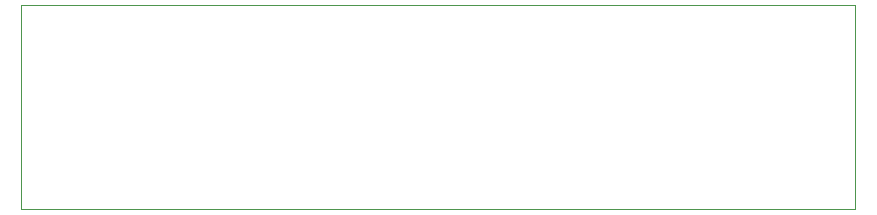
<source format=gbr>
%TF.GenerationSoftware,KiCad,Pcbnew,7.0.10-7.0.10~ubuntu22.04.1*%
%TF.CreationDate,2024-03-22T20:20:15-04:00*%
%TF.ProjectId,mechanicalkeyboard-touchid-hub,6d656368-616e-4696-9361-6c6b6579626f,rev?*%
%TF.SameCoordinates,Original*%
%TF.FileFunction,Profile,NP*%
%FSLAX46Y46*%
G04 Gerber Fmt 4.6, Leading zero omitted, Abs format (unit mm)*
G04 Created by KiCad (PCBNEW 7.0.10-7.0.10~ubuntu22.04.1) date 2024-03-22 20:20:15*
%MOMM*%
%LPD*%
G01*
G04 APERTURE LIST*
%TA.AperFunction,Profile*%
%ADD10C,0.100000*%
%TD*%
G04 APERTURE END LIST*
D10*
X42926000Y-37592000D02*
X113538000Y-37592000D01*
X113538000Y-54864000D01*
X42926000Y-54864000D01*
X42926000Y-37592000D01*
M02*

</source>
